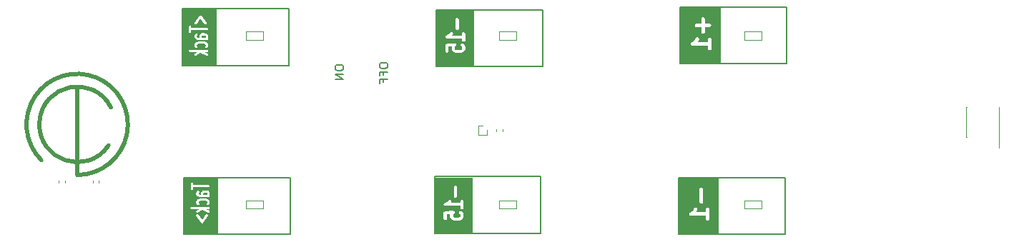
<source format=gbr>
%TF.GenerationSoftware,KiCad,Pcbnew,(7.0.0)*%
%TF.CreationDate,2023-05-08T09:15:41-04:00*%
%TF.ProjectId,AutoTiller,4175746f-5469-46c6-9c65-722e6b696361,rev?*%
%TF.SameCoordinates,Original*%
%TF.FileFunction,Legend,Bot*%
%TF.FilePolarity,Positive*%
%FSLAX46Y46*%
G04 Gerber Fmt 4.6, Leading zero omitted, Abs format (unit mm)*
G04 Created by KiCad (PCBNEW (7.0.0)) date 2023-05-08 09:15:41*
%MOMM*%
%LPD*%
G01*
G04 APERTURE LIST*
%ADD10C,0.150000*%
%ADD11C,0.500000*%
%ADD12C,0.270000*%
%ADD13C,0.350000*%
%ADD14C,0.400000*%
%ADD15C,0.100000*%
%ADD16C,0.120000*%
G04 APERTURE END LIST*
D10*
X181200000Y-122800000D02*
X193800000Y-122800000D01*
X193800000Y-122800000D02*
X193800000Y-129500000D01*
X193800000Y-129500000D02*
X181200000Y-129500000D01*
X181200000Y-129500000D02*
X181200000Y-122800000D01*
X152500000Y-102900000D02*
X165100000Y-102900000D01*
X165100000Y-102900000D02*
X165100000Y-109600000D01*
X165100000Y-109600000D02*
X152500000Y-109600000D01*
X152500000Y-109600000D02*
X152500000Y-102900000D01*
X122450000Y-102800000D02*
X135050000Y-102800000D01*
X135050000Y-102800000D02*
X135050000Y-109500000D01*
X135050000Y-109500000D02*
X122450000Y-109500000D01*
X122450000Y-109500000D02*
X122450000Y-102800000D01*
X122600000Y-122800000D02*
X135200000Y-122800000D01*
X135200000Y-122800000D02*
X135200000Y-129500000D01*
X135200000Y-129500000D02*
X122600000Y-129500000D01*
X122600000Y-129500000D02*
X122600000Y-122800000D01*
D11*
X110000000Y-112100000D02*
X110000000Y-122500000D01*
D10*
X181400000Y-102600000D02*
X194000000Y-102600000D01*
X194000000Y-102600000D02*
X194000000Y-109300000D01*
X194000000Y-109300000D02*
X181400000Y-109300000D01*
X181400000Y-109300000D02*
X181400000Y-102600000D01*
D11*
X110000000Y-122500000D02*
G75*
G03*
X105757359Y-120742641I0J6000000D01*
G01*
X113999998Y-114500000D02*
G75*
G03*
X113721040Y-118980694I-3999998J-2000000D01*
G01*
D10*
X152300000Y-122700000D02*
X164900000Y-122700000D01*
X164900000Y-122700000D02*
X164900000Y-129400000D01*
X164900000Y-129400000D02*
X152300000Y-129400000D01*
X152300000Y-129400000D02*
X152300000Y-122700000D01*
X145782380Y-109428571D02*
X145782380Y-109619047D01*
X145782380Y-109619047D02*
X145830000Y-109714285D01*
X145830000Y-109714285D02*
X145925238Y-109809523D01*
X145925238Y-109809523D02*
X146115714Y-109857142D01*
X146115714Y-109857142D02*
X146449047Y-109857142D01*
X146449047Y-109857142D02*
X146639523Y-109809523D01*
X146639523Y-109809523D02*
X146734761Y-109714285D01*
X146734761Y-109714285D02*
X146782380Y-109619047D01*
X146782380Y-109619047D02*
X146782380Y-109428571D01*
X146782380Y-109428571D02*
X146734761Y-109333333D01*
X146734761Y-109333333D02*
X146639523Y-109238095D01*
X146639523Y-109238095D02*
X146449047Y-109190476D01*
X146449047Y-109190476D02*
X146115714Y-109190476D01*
X146115714Y-109190476D02*
X145925238Y-109238095D01*
X145925238Y-109238095D02*
X145830000Y-109333333D01*
X145830000Y-109333333D02*
X145782380Y-109428571D01*
X146258571Y-110619047D02*
X146258571Y-110285714D01*
X146782380Y-110285714D02*
X145782380Y-110285714D01*
X145782380Y-110285714D02*
X145782380Y-110761904D01*
X146258571Y-111476190D02*
X146258571Y-111142857D01*
X146782380Y-111142857D02*
X145782380Y-111142857D01*
X145782380Y-111142857D02*
X145782380Y-111619047D01*
D12*
G36*
X125196846Y-105987353D02*
G01*
X125229761Y-106022902D01*
X125229761Y-106174240D01*
X125210539Y-106195000D01*
X124737857Y-106195000D01*
X124737857Y-106022902D01*
X124770772Y-105987352D01*
X124906474Y-105950714D01*
X125061141Y-105950714D01*
X125196846Y-105987353D01*
G37*
G36*
X126490714Y-109536857D02*
G01*
X122434286Y-109536857D01*
X122434286Y-107790023D01*
X123225494Y-107790023D01*
X123258428Y-107862137D01*
X123325122Y-107904999D01*
X124259212Y-107904999D01*
X123950204Y-108071863D01*
X123908255Y-108113423D01*
X123891043Y-108190811D01*
X123918401Y-108265220D01*
X123981644Y-108313025D01*
X124060695Y-108319050D01*
X124611082Y-108021840D01*
X125332075Y-108313842D01*
X125390834Y-108319691D01*
X125461445Y-108283645D01*
X125501360Y-108215147D01*
X125497905Y-108135944D01*
X125452178Y-108071180D01*
X125041854Y-107904999D01*
X125384171Y-107904999D01*
X125440829Y-107888363D01*
X125492745Y-107828447D01*
X125504028Y-107749975D01*
X125471094Y-107677861D01*
X125404400Y-107634999D01*
X124798460Y-107634999D01*
X124764066Y-107632378D01*
X124759212Y-107634999D01*
X123345351Y-107634999D01*
X123288693Y-107651635D01*
X123236777Y-107711551D01*
X123225494Y-107790023D01*
X122434286Y-107790023D01*
X122434286Y-107188861D01*
X123891577Y-107188861D01*
X123896428Y-107216177D01*
X123896428Y-107223695D01*
X123899806Y-107235200D01*
X123905439Y-107266919D01*
X123910828Y-107272739D01*
X123913064Y-107280353D01*
X123937411Y-107301449D01*
X124040795Y-107413105D01*
X124091496Y-107443376D01*
X124170732Y-107440763D01*
X124235978Y-107395728D01*
X124266517Y-107322568D01*
X124252655Y-107244509D01*
X124166428Y-107151383D01*
X124166428Y-107051474D01*
X124210512Y-107003862D01*
X124272244Y-106970526D01*
X124430283Y-106927857D01*
X124965903Y-106927857D01*
X125123948Y-106970528D01*
X125185676Y-107003862D01*
X125229761Y-107051473D01*
X125229761Y-107151383D01*
X125157278Y-107229666D01*
X125130991Y-107282542D01*
X125139683Y-107361343D01*
X125189597Y-107422936D01*
X125264887Y-107447765D01*
X125341650Y-107427948D01*
X125445445Y-107315848D01*
X125456899Y-107310618D01*
X125471897Y-107287280D01*
X125477007Y-107281762D01*
X125482346Y-107271021D01*
X125499761Y-107243924D01*
X125499761Y-107235991D01*
X125503293Y-107228886D01*
X125499761Y-107196865D01*
X125499761Y-107025616D01*
X125504612Y-107013995D01*
X125499761Y-106986679D01*
X125499761Y-106979161D01*
X125496382Y-106967655D01*
X125490750Y-106935937D01*
X125485360Y-106930116D01*
X125483125Y-106922503D01*
X125458775Y-106901404D01*
X125379755Y-106816063D01*
X125368547Y-106795762D01*
X125336228Y-106778309D01*
X125304693Y-106759481D01*
X125301553Y-106759584D01*
X125258806Y-106736500D01*
X125247744Y-106724285D01*
X125224626Y-106718043D01*
X125221352Y-106716275D01*
X125205930Y-106712995D01*
X125039195Y-106667977D01*
X125023448Y-106657857D01*
X125001712Y-106657857D01*
X125000260Y-106657465D01*
X124982348Y-106657857D01*
X124433301Y-106657857D01*
X124415460Y-106652191D01*
X124394475Y-106657857D01*
X124392970Y-106657857D01*
X124375775Y-106662905D01*
X124209070Y-106707915D01*
X124192637Y-106706663D01*
X124171566Y-106718041D01*
X124167975Y-106719011D01*
X124154535Y-106727238D01*
X124076994Y-106769111D01*
X124054539Y-106774908D01*
X124029571Y-106801872D01*
X124003493Y-106827709D01*
X124002811Y-106830774D01*
X123950743Y-106887007D01*
X123939290Y-106892238D01*
X123924291Y-106915575D01*
X123919183Y-106921093D01*
X123913843Y-106931832D01*
X123896428Y-106958932D01*
X123896428Y-106966864D01*
X123892896Y-106973969D01*
X123896428Y-107005990D01*
X123896428Y-107177240D01*
X123891577Y-107188861D01*
X122434286Y-107188861D01*
X122434286Y-106160290D01*
X123891577Y-106160290D01*
X123896428Y-106187607D01*
X123896428Y-106195124D01*
X123899805Y-106206628D01*
X123905439Y-106238349D01*
X123910828Y-106244170D01*
X123913064Y-106251782D01*
X123937410Y-106272877D01*
X124027111Y-106369753D01*
X124053207Y-106398571D01*
X124073472Y-106404042D01*
X124091496Y-106414804D01*
X124110952Y-106414162D01*
X124261754Y-106454879D01*
X124277503Y-106465000D01*
X124299239Y-106465000D01*
X124300691Y-106465392D01*
X124318617Y-106465000D01*
X124485935Y-106465000D01*
X124502983Y-106470622D01*
X124524760Y-106465000D01*
X125247839Y-106465000D01*
X125264887Y-106470622D01*
X125286664Y-106465000D01*
X125384171Y-106465000D01*
X125440829Y-106448364D01*
X125492745Y-106388448D01*
X125504028Y-106309976D01*
X125490723Y-106280843D01*
X125499761Y-106266781D01*
X125499761Y-106258848D01*
X125503293Y-106251743D01*
X125499761Y-106219722D01*
X125499761Y-105997046D01*
X125504612Y-105985425D01*
X125499761Y-105958108D01*
X125499761Y-105950590D01*
X125496382Y-105939084D01*
X125490750Y-105907366D01*
X125485360Y-105901545D01*
X125483125Y-105893932D01*
X125458777Y-105872835D01*
X125369066Y-105775945D01*
X125342982Y-105747142D01*
X125322717Y-105741670D01*
X125304693Y-105730909D01*
X125285235Y-105731550D01*
X125134433Y-105690834D01*
X125118686Y-105680714D01*
X125096950Y-105680714D01*
X125095498Y-105680322D01*
X125077586Y-105680714D01*
X124909492Y-105680714D01*
X124891651Y-105675048D01*
X124870666Y-105680714D01*
X124869161Y-105680714D01*
X124851966Y-105685762D01*
X124663591Y-105736623D01*
X124625968Y-105746336D01*
X124611706Y-105761738D01*
X124593804Y-105772698D01*
X124585332Y-105790223D01*
X124522173Y-105858435D01*
X124510719Y-105863667D01*
X124495718Y-105887007D01*
X124490612Y-105892523D01*
X124485275Y-105903258D01*
X124467857Y-105930361D01*
X124467857Y-105938294D01*
X124464325Y-105945399D01*
X124467857Y-105977420D01*
X124467857Y-106174240D01*
X124448635Y-106195000D01*
X124335046Y-106195000D01*
X124199342Y-106158360D01*
X124166428Y-106122812D01*
X124166428Y-106022902D01*
X124238912Y-105944619D01*
X124265198Y-105891743D01*
X124256506Y-105812942D01*
X124206592Y-105751348D01*
X124131302Y-105726519D01*
X124054539Y-105746336D01*
X123950744Y-105858435D01*
X123939290Y-105863667D01*
X123924289Y-105887007D01*
X123919183Y-105892523D01*
X123913846Y-105903258D01*
X123896428Y-105930361D01*
X123896428Y-105938294D01*
X123892896Y-105945399D01*
X123896428Y-105977420D01*
X123896428Y-106148669D01*
X123891577Y-106160290D01*
X122434286Y-106160290D01*
X122434286Y-105218595D01*
X123225494Y-105218595D01*
X123229761Y-105227938D01*
X123229761Y-105526553D01*
X123246397Y-105583211D01*
X123306313Y-105635127D01*
X123384785Y-105646410D01*
X123456899Y-105613476D01*
X123499761Y-105546782D01*
X123499761Y-105333571D01*
X125384171Y-105333571D01*
X125440829Y-105316935D01*
X125492745Y-105257019D01*
X125504028Y-105178547D01*
X125471094Y-105106433D01*
X125404400Y-105063571D01*
X123499761Y-105063571D01*
X123499761Y-104870590D01*
X123483125Y-104813932D01*
X123423209Y-104762016D01*
X123344737Y-104750733D01*
X123272623Y-104783667D01*
X123229761Y-104850361D01*
X123229761Y-105188918D01*
X123225494Y-105218595D01*
X122434286Y-105218595D01*
X122434286Y-104524966D01*
X123890818Y-104524966D01*
X123910419Y-104601784D01*
X123968438Y-104655811D01*
X124046456Y-104669894D01*
X124119703Y-104639562D01*
X124602856Y-103943820D01*
X125074471Y-104622946D01*
X125120453Y-104659994D01*
X125199279Y-104668461D01*
X125270169Y-104632968D01*
X125310616Y-104564784D01*
X125307780Y-104485555D01*
X124727641Y-103650153D01*
X124723866Y-103635358D01*
X124705471Y-103618228D01*
X124702671Y-103614196D01*
X124691317Y-103605048D01*
X124665847Y-103581330D01*
X124660734Y-103580407D01*
X124656689Y-103577148D01*
X124622085Y-103573431D01*
X124587830Y-103567248D01*
X124583029Y-103569235D01*
X124577863Y-103568681D01*
X124546742Y-103584262D01*
X124514582Y-103597580D01*
X124511617Y-103601848D01*
X124506973Y-103604174D01*
X124489220Y-103634101D01*
X123909472Y-104468939D01*
X123890818Y-104524966D01*
X122434286Y-104524966D01*
X122434286Y-102759286D01*
X126490714Y-102759286D01*
X126490714Y-109536857D01*
G37*
D13*
G36*
X157010714Y-109535142D02*
G01*
X152514286Y-109535142D01*
X152514286Y-107162874D01*
X153586501Y-107162874D01*
X153589761Y-107168859D01*
X153589761Y-107820875D01*
X153611326Y-107894319D01*
X153688994Y-107961619D01*
X153790718Y-107976245D01*
X153884200Y-107933553D01*
X153939761Y-107847098D01*
X153939761Y-107287381D01*
X154346538Y-107258703D01*
X154351666Y-107279666D01*
X154351666Y-107547213D01*
X154349501Y-107550946D01*
X154351666Y-107598296D01*
X154351666Y-107619447D01*
X154352811Y-107623347D01*
X154354195Y-107653608D01*
X154366996Y-107671658D01*
X154373231Y-107692891D01*
X154396123Y-107712727D01*
X154467395Y-107813221D01*
X154479072Y-107841992D01*
X154517182Y-107868859D01*
X154553793Y-107897764D01*
X154558885Y-107898260D01*
X154594980Y-107923706D01*
X154610501Y-107943676D01*
X154636110Y-107952703D01*
X154636873Y-107953241D01*
X154659898Y-107961088D01*
X154830180Y-108021112D01*
X154856234Y-108037856D01*
X154902955Y-108037856D01*
X154949607Y-108040345D01*
X154953975Y-108037856D01*
X155363391Y-108037856D01*
X155393526Y-108044985D01*
X155437584Y-108029454D01*
X155482415Y-108016291D01*
X155485707Y-108012490D01*
X155607854Y-107969434D01*
X155633122Y-107968350D01*
X155655314Y-107952704D01*
X155656195Y-107952394D01*
X155675906Y-107938187D01*
X155753737Y-107883317D01*
X155782542Y-107871722D01*
X155809518Y-107833685D01*
X155838524Y-107797159D01*
X155839034Y-107792067D01*
X155880275Y-107733917D01*
X155884200Y-107732125D01*
X155909820Y-107692259D01*
X155922062Y-107674998D01*
X155923384Y-107671151D01*
X155939761Y-107645670D01*
X155939761Y-107623542D01*
X155946959Y-107602615D01*
X155939761Y-107573190D01*
X155939761Y-107305643D01*
X155941926Y-107301910D01*
X155939761Y-107254560D01*
X155939761Y-107233409D01*
X155938615Y-107229508D01*
X155937232Y-107199248D01*
X155924430Y-107181197D01*
X155918196Y-107159965D01*
X155895303Y-107140128D01*
X155824032Y-107039635D01*
X155812356Y-107010865D01*
X155774245Y-106983996D01*
X155737634Y-106955092D01*
X155732541Y-106954595D01*
X155654555Y-106899615D01*
X155582103Y-106874921D01*
X155482346Y-106899622D01*
X155411778Y-106974334D01*
X155392806Y-107075336D01*
X155431452Y-107170562D01*
X155544146Y-107250012D01*
X155589761Y-107314328D01*
X155589761Y-107538528D01*
X155544147Y-107602842D01*
X155493253Y-107638722D01*
X155353868Y-107687856D01*
X154937559Y-107687856D01*
X154798174Y-107638722D01*
X154747278Y-107602842D01*
X154701666Y-107538528D01*
X154701666Y-107314328D01*
X154747279Y-107250012D01*
X154799415Y-107213256D01*
X154826294Y-107203263D01*
X154855686Y-107164083D01*
X154886143Y-107125728D01*
X154886402Y-107123137D01*
X154887966Y-107121054D01*
X154891510Y-107072198D01*
X154896396Y-107023471D01*
X154895213Y-107021150D01*
X154895402Y-107018553D01*
X154871975Y-106975547D01*
X154849736Y-106931904D01*
X154847486Y-106930590D01*
X154846241Y-106928305D01*
X154803297Y-106904799D01*
X154760979Y-106880100D01*
X154758376Y-106880211D01*
X154756093Y-106878962D01*
X154707261Y-106882404D01*
X154658304Y-106884505D01*
X154656174Y-106886006D01*
X153771134Y-106948401D01*
X153738804Y-106943753D01*
X153697827Y-106962466D01*
X153655609Y-106978164D01*
X153651520Y-106983614D01*
X153645322Y-106986445D01*
X153620968Y-107024339D01*
X153593937Y-107060373D01*
X153593443Y-107067169D01*
X153589761Y-107072900D01*
X153589761Y-107117937D01*
X153586501Y-107162874D01*
X152514286Y-107162874D01*
X152514286Y-106119141D01*
X153582384Y-106119141D01*
X153585981Y-106130913D01*
X153584229Y-106143099D01*
X153600776Y-106179332D01*
X153612416Y-106217425D01*
X153621807Y-106225384D01*
X153626921Y-106236581D01*
X153660427Y-106258114D01*
X153690817Y-106283869D01*
X153703020Y-106285487D01*
X153713376Y-106292142D01*
X153753208Y-106292142D01*
X153792695Y-106297378D01*
X153803835Y-106292142D01*
X155589761Y-106292142D01*
X155589761Y-106545161D01*
X155611326Y-106618605D01*
X155688994Y-106685905D01*
X155790718Y-106700531D01*
X155884200Y-106657839D01*
X155939761Y-106571384D01*
X155939761Y-106129660D01*
X155945293Y-106091185D01*
X155939761Y-106079072D01*
X155939761Y-105689123D01*
X155918196Y-105615679D01*
X155840528Y-105548379D01*
X155738804Y-105533753D01*
X155645322Y-105576445D01*
X155589761Y-105662900D01*
X155589761Y-105942142D01*
X154390113Y-105942142D01*
X154409953Y-105917158D01*
X154410463Y-105912067D01*
X154493491Y-105794998D01*
X154518388Y-105722615D01*
X154493968Y-105622789D01*
X154419455Y-105552012D01*
X154318506Y-105532756D01*
X154223171Y-105571134D01*
X154115575Y-105722843D01*
X153962164Y-105830997D01*
X153702527Y-105953027D01*
X153666155Y-105963707D01*
X153640069Y-105993811D01*
X153610255Y-106020223D01*
X153606916Y-106032071D01*
X153598855Y-106041375D01*
X153593185Y-106080803D01*
X153582384Y-106119141D01*
X152514286Y-106119141D01*
X152514286Y-105135162D01*
X154827857Y-105135162D01*
X154849422Y-105208606D01*
X154927090Y-105275906D01*
X155028814Y-105290532D01*
X155122296Y-105247840D01*
X155177857Y-105161385D01*
X155177857Y-104010552D01*
X155156292Y-103937108D01*
X155078624Y-103869808D01*
X154976900Y-103855182D01*
X154883418Y-103897874D01*
X154827857Y-103984329D01*
X154827857Y-105135162D01*
X152514286Y-105135162D01*
X152514286Y-102889286D01*
X157010714Y-102889286D01*
X157010714Y-109535142D01*
G37*
D14*
G36*
X186185714Y-109366666D02*
G01*
X181414286Y-109366666D01*
X181414286Y-106958235D01*
X182658440Y-106958235D01*
X182659196Y-106959891D01*
X182658968Y-106961697D01*
X182683513Y-107013139D01*
X182707230Y-107065071D01*
X182708763Y-107066056D01*
X182709547Y-107067699D01*
X182758037Y-107097723D01*
X182806036Y-107128570D01*
X182807857Y-107128570D01*
X182809404Y-107129528D01*
X182866425Y-107128570D01*
X184664761Y-107128570D01*
X184664761Y-107528753D01*
X184689408Y-107612692D01*
X184778171Y-107689605D01*
X184894426Y-107706320D01*
X185001262Y-107657530D01*
X185064761Y-107558724D01*
X185064761Y-106942868D01*
X185071082Y-106898905D01*
X185064761Y-106885064D01*
X185064761Y-106328388D01*
X185040114Y-106244449D01*
X184951351Y-106167536D01*
X184835096Y-106150821D01*
X184728260Y-106199611D01*
X184664761Y-106298417D01*
X184664761Y-106728570D01*
X183442843Y-106728570D01*
X183464643Y-106706769D01*
X183493575Y-106689586D01*
X183518229Y-106640277D01*
X183544631Y-106591925D01*
X183544352Y-106588031D01*
X183627935Y-106420866D01*
X183643428Y-106334766D01*
X183598433Y-106226277D01*
X183501927Y-106159336D01*
X183384550Y-106155197D01*
X183283567Y-106215174D01*
X183176580Y-106429147D01*
X183023058Y-106582668D01*
X182779174Y-106745257D01*
X182752068Y-106753217D01*
X182731322Y-106777159D01*
X182729896Y-106778110D01*
X182712506Y-106798873D01*
X182675155Y-106841980D01*
X182674895Y-106843782D01*
X182673727Y-106845178D01*
X182666560Y-106901755D01*
X182658440Y-106958235D01*
X181414286Y-106958235D01*
X181414286Y-104767760D01*
X183134631Y-104767760D01*
X183183421Y-104874596D01*
X183282227Y-104938095D01*
X183902857Y-104938095D01*
X183902857Y-105528754D01*
X183927504Y-105612693D01*
X184016267Y-105689606D01*
X184132522Y-105706321D01*
X184239358Y-105657531D01*
X184302857Y-105558725D01*
X184302857Y-104938095D01*
X184893515Y-104938095D01*
X184977454Y-104913448D01*
X185054367Y-104824685D01*
X185071082Y-104708430D01*
X185022292Y-104601594D01*
X184923486Y-104538095D01*
X184302857Y-104538095D01*
X184302857Y-103947436D01*
X184278210Y-103863497D01*
X184189447Y-103786584D01*
X184073192Y-103769869D01*
X183966356Y-103818659D01*
X183902857Y-103917465D01*
X183902857Y-104538095D01*
X183312198Y-104538095D01*
X183228259Y-104562742D01*
X183151346Y-104651505D01*
X183134631Y-104767760D01*
X181414286Y-104767760D01*
X181414286Y-102614286D01*
X186185714Y-102614286D01*
X186185714Y-109366666D01*
G37*
D12*
G36*
X125396846Y-124625210D02*
G01*
X125429761Y-124660759D01*
X125429761Y-124812097D01*
X125410539Y-124832857D01*
X124937857Y-124832857D01*
X124937857Y-124660759D01*
X124970772Y-124625209D01*
X125106474Y-124588571D01*
X125261141Y-124588571D01*
X125396846Y-124625210D01*
G37*
G36*
X126690714Y-129511857D02*
G01*
X122634286Y-129511857D01*
X122634286Y-127247358D01*
X124095097Y-127247358D01*
X124097933Y-127326587D01*
X124678072Y-128161988D01*
X124681848Y-128176784D01*
X124700242Y-128193912D01*
X124703044Y-128197947D01*
X124714404Y-128207100D01*
X124739867Y-128230811D01*
X124744976Y-128231733D01*
X124749025Y-128234995D01*
X124783643Y-128238713D01*
X124817885Y-128244894D01*
X124822685Y-128242906D01*
X124827851Y-128243461D01*
X124858977Y-128227877D01*
X124891132Y-128214562D01*
X124894094Y-128210295D01*
X124898742Y-128207969D01*
X124916503Y-128178027D01*
X125496241Y-127343203D01*
X125514895Y-127287176D01*
X125495294Y-127210358D01*
X125437275Y-127156331D01*
X125359257Y-127142248D01*
X125286010Y-127172580D01*
X124802856Y-127868322D01*
X124331242Y-127189196D01*
X124285260Y-127152148D01*
X124206434Y-127143681D01*
X124135544Y-127179174D01*
X124095097Y-127247358D01*
X122634286Y-127247358D01*
X122634286Y-126427880D01*
X123425494Y-126427880D01*
X123458428Y-126499994D01*
X123525122Y-126542856D01*
X124459212Y-126542856D01*
X124150204Y-126709720D01*
X124108255Y-126751280D01*
X124091043Y-126828668D01*
X124118401Y-126903077D01*
X124181644Y-126950882D01*
X124260695Y-126956907D01*
X124811082Y-126659697D01*
X125532075Y-126951699D01*
X125590834Y-126957548D01*
X125661445Y-126921502D01*
X125701360Y-126853004D01*
X125697905Y-126773801D01*
X125652178Y-126709037D01*
X125241854Y-126542856D01*
X125584171Y-126542856D01*
X125640829Y-126526220D01*
X125692745Y-126466304D01*
X125704028Y-126387832D01*
X125671094Y-126315718D01*
X125604400Y-126272856D01*
X124998460Y-126272856D01*
X124964066Y-126270235D01*
X124959212Y-126272856D01*
X123545351Y-126272856D01*
X123488693Y-126289492D01*
X123436777Y-126349408D01*
X123425494Y-126427880D01*
X122634286Y-126427880D01*
X122634286Y-125826718D01*
X124091577Y-125826718D01*
X124096428Y-125854034D01*
X124096428Y-125861552D01*
X124099806Y-125873057D01*
X124105439Y-125904776D01*
X124110828Y-125910596D01*
X124113064Y-125918210D01*
X124137411Y-125939306D01*
X124240795Y-126050962D01*
X124291496Y-126081233D01*
X124370732Y-126078620D01*
X124435978Y-126033585D01*
X124466517Y-125960425D01*
X124452655Y-125882366D01*
X124366428Y-125789240D01*
X124366428Y-125689331D01*
X124410512Y-125641719D01*
X124472244Y-125608383D01*
X124630283Y-125565714D01*
X125165903Y-125565714D01*
X125323948Y-125608385D01*
X125385676Y-125641719D01*
X125429761Y-125689330D01*
X125429761Y-125789240D01*
X125357278Y-125867523D01*
X125330991Y-125920399D01*
X125339683Y-125999200D01*
X125389597Y-126060793D01*
X125464887Y-126085622D01*
X125541650Y-126065805D01*
X125645445Y-125953705D01*
X125656899Y-125948475D01*
X125671897Y-125925137D01*
X125677007Y-125919619D01*
X125682346Y-125908878D01*
X125699761Y-125881781D01*
X125699761Y-125873848D01*
X125703293Y-125866743D01*
X125699761Y-125834722D01*
X125699761Y-125663473D01*
X125704612Y-125651852D01*
X125699761Y-125624536D01*
X125699761Y-125617018D01*
X125696382Y-125605512D01*
X125690750Y-125573794D01*
X125685360Y-125567973D01*
X125683125Y-125560360D01*
X125658775Y-125539261D01*
X125579755Y-125453920D01*
X125568547Y-125433619D01*
X125536228Y-125416166D01*
X125504693Y-125397338D01*
X125501553Y-125397441D01*
X125458806Y-125374357D01*
X125447744Y-125362142D01*
X125424626Y-125355900D01*
X125421352Y-125354132D01*
X125405930Y-125350852D01*
X125239195Y-125305834D01*
X125223448Y-125295714D01*
X125201712Y-125295714D01*
X125200260Y-125295322D01*
X125182348Y-125295714D01*
X124633301Y-125295714D01*
X124615460Y-125290048D01*
X124594475Y-125295714D01*
X124592970Y-125295714D01*
X124575775Y-125300762D01*
X124409070Y-125345772D01*
X124392637Y-125344520D01*
X124371566Y-125355898D01*
X124367975Y-125356868D01*
X124354535Y-125365095D01*
X124276994Y-125406968D01*
X124254539Y-125412765D01*
X124229571Y-125439729D01*
X124203493Y-125465566D01*
X124202811Y-125468631D01*
X124150743Y-125524864D01*
X124139290Y-125530095D01*
X124124291Y-125553432D01*
X124119183Y-125558950D01*
X124113843Y-125569689D01*
X124096428Y-125596789D01*
X124096428Y-125604721D01*
X124092896Y-125611826D01*
X124096428Y-125643847D01*
X124096428Y-125815097D01*
X124091577Y-125826718D01*
X122634286Y-125826718D01*
X122634286Y-124798147D01*
X124091577Y-124798147D01*
X124096428Y-124825464D01*
X124096428Y-124832981D01*
X124099805Y-124844485D01*
X124105439Y-124876206D01*
X124110828Y-124882027D01*
X124113064Y-124889639D01*
X124137410Y-124910734D01*
X124227111Y-125007610D01*
X124253207Y-125036428D01*
X124273472Y-125041899D01*
X124291496Y-125052661D01*
X124310952Y-125052019D01*
X124461754Y-125092736D01*
X124477503Y-125102857D01*
X124499239Y-125102857D01*
X124500691Y-125103249D01*
X124518617Y-125102857D01*
X124685935Y-125102857D01*
X124702983Y-125108479D01*
X124724760Y-125102857D01*
X125447839Y-125102857D01*
X125464887Y-125108479D01*
X125486664Y-125102857D01*
X125584171Y-125102857D01*
X125640829Y-125086221D01*
X125692745Y-125026305D01*
X125704028Y-124947833D01*
X125690723Y-124918700D01*
X125699761Y-124904638D01*
X125699761Y-124896705D01*
X125703293Y-124889600D01*
X125699761Y-124857579D01*
X125699761Y-124634903D01*
X125704612Y-124623282D01*
X125699761Y-124595965D01*
X125699761Y-124588447D01*
X125696382Y-124576941D01*
X125690750Y-124545223D01*
X125685360Y-124539402D01*
X125683125Y-124531789D01*
X125658777Y-124510692D01*
X125569066Y-124413802D01*
X125542982Y-124384999D01*
X125522717Y-124379527D01*
X125504693Y-124368766D01*
X125485235Y-124369407D01*
X125334433Y-124328691D01*
X125318686Y-124318571D01*
X125296950Y-124318571D01*
X125295498Y-124318179D01*
X125277586Y-124318571D01*
X125109492Y-124318571D01*
X125091651Y-124312905D01*
X125070666Y-124318571D01*
X125069161Y-124318571D01*
X125051966Y-124323619D01*
X124863591Y-124374480D01*
X124825968Y-124384193D01*
X124811706Y-124399595D01*
X124793804Y-124410555D01*
X124785332Y-124428080D01*
X124722173Y-124496292D01*
X124710719Y-124501524D01*
X124695718Y-124524864D01*
X124690612Y-124530380D01*
X124685275Y-124541115D01*
X124667857Y-124568218D01*
X124667857Y-124576151D01*
X124664325Y-124583256D01*
X124667857Y-124615277D01*
X124667857Y-124812097D01*
X124648635Y-124832857D01*
X124535046Y-124832857D01*
X124399342Y-124796217D01*
X124366428Y-124760669D01*
X124366428Y-124660759D01*
X124438912Y-124582476D01*
X124465198Y-124529600D01*
X124456506Y-124450799D01*
X124406592Y-124389205D01*
X124331302Y-124364376D01*
X124254539Y-124384193D01*
X124150744Y-124496292D01*
X124139290Y-124501524D01*
X124124289Y-124524864D01*
X124119183Y-124530380D01*
X124113846Y-124541115D01*
X124096428Y-124568218D01*
X124096428Y-124576151D01*
X124092896Y-124583256D01*
X124096428Y-124615277D01*
X124096428Y-124786526D01*
X124091577Y-124798147D01*
X122634286Y-124798147D01*
X122634286Y-123856452D01*
X123425494Y-123856452D01*
X123429761Y-123865795D01*
X123429761Y-124164410D01*
X123446397Y-124221068D01*
X123506313Y-124272984D01*
X123584785Y-124284267D01*
X123656899Y-124251333D01*
X123699761Y-124184639D01*
X123699761Y-123971428D01*
X125584171Y-123971428D01*
X125640829Y-123954792D01*
X125692745Y-123894876D01*
X125704028Y-123816404D01*
X125671094Y-123744290D01*
X125604400Y-123701428D01*
X123699761Y-123701428D01*
X123699761Y-123508447D01*
X123683125Y-123451789D01*
X123623209Y-123399873D01*
X123544737Y-123388590D01*
X123472623Y-123421524D01*
X123429761Y-123488218D01*
X123429761Y-123826775D01*
X123425494Y-123856452D01*
X122634286Y-123856452D01*
X122634286Y-122734286D01*
X126690714Y-122734286D01*
X126690714Y-129511857D01*
G37*
D14*
G36*
X185985714Y-129566666D02*
G01*
X181214286Y-129566666D01*
X181214286Y-127158235D01*
X182458440Y-127158235D01*
X182459196Y-127159891D01*
X182458968Y-127161697D01*
X182483513Y-127213139D01*
X182507230Y-127265071D01*
X182508763Y-127266056D01*
X182509547Y-127267699D01*
X182558037Y-127297723D01*
X182606036Y-127328570D01*
X182607857Y-127328570D01*
X182609404Y-127329528D01*
X182666425Y-127328570D01*
X184464761Y-127328570D01*
X184464761Y-127728753D01*
X184489408Y-127812692D01*
X184578171Y-127889605D01*
X184694426Y-127906320D01*
X184801262Y-127857530D01*
X184864761Y-127758724D01*
X184864761Y-127142868D01*
X184871082Y-127098905D01*
X184864761Y-127085064D01*
X184864761Y-126528388D01*
X184840114Y-126444449D01*
X184751351Y-126367536D01*
X184635096Y-126350821D01*
X184528260Y-126399611D01*
X184464761Y-126498417D01*
X184464761Y-126928570D01*
X183242843Y-126928570D01*
X183264643Y-126906769D01*
X183293575Y-126889586D01*
X183318229Y-126840277D01*
X183344631Y-126791925D01*
X183344352Y-126788031D01*
X183427935Y-126620866D01*
X183443428Y-126534766D01*
X183398433Y-126426277D01*
X183301927Y-126359336D01*
X183184550Y-126355197D01*
X183083567Y-126415174D01*
X182976580Y-126629147D01*
X182823058Y-126782668D01*
X182579174Y-126945257D01*
X182552068Y-126953217D01*
X182531322Y-126977159D01*
X182529896Y-126978110D01*
X182512506Y-126998873D01*
X182475155Y-127041980D01*
X182474895Y-127043782D01*
X182473727Y-127045178D01*
X182466560Y-127101755D01*
X182458440Y-127158235D01*
X181214286Y-127158235D01*
X181214286Y-125728754D01*
X183702857Y-125728754D01*
X183727504Y-125812693D01*
X183816267Y-125889606D01*
X183932522Y-125906321D01*
X184039358Y-125857531D01*
X184102857Y-125758725D01*
X184102857Y-124147436D01*
X184078210Y-124063497D01*
X183989447Y-123986584D01*
X183873192Y-123969869D01*
X183766356Y-124018659D01*
X183702857Y-124117465D01*
X183702857Y-125728754D01*
X181214286Y-125728754D01*
X181214286Y-122814286D01*
X185985714Y-122814286D01*
X185985714Y-129566666D01*
G37*
D13*
G36*
X156810714Y-129405713D02*
G01*
X152314286Y-129405713D01*
X152314286Y-127038499D01*
X153386482Y-127038499D01*
X153389761Y-127044526D01*
X153389761Y-127691828D01*
X153411326Y-127765272D01*
X153488994Y-127832572D01*
X153590718Y-127847198D01*
X153684200Y-127804506D01*
X153739761Y-127718051D01*
X153739761Y-127163177D01*
X154146975Y-127134672D01*
X154151666Y-127154128D01*
X154151666Y-127419911D01*
X154149357Y-127423924D01*
X154151666Y-127470959D01*
X154151666Y-127491828D01*
X154152896Y-127496017D01*
X154154396Y-127526569D01*
X154167081Y-127544328D01*
X154173231Y-127565272D01*
X154196350Y-127585305D01*
X154267679Y-127685166D01*
X154279452Y-127713897D01*
X154317655Y-127740640D01*
X154354362Y-127769420D01*
X154359453Y-127769898D01*
X154395326Y-127795009D01*
X154410831Y-127814867D01*
X154436555Y-127823870D01*
X154437399Y-127824461D01*
X154460308Y-127832183D01*
X154630348Y-127891696D01*
X154656234Y-127908332D01*
X154703153Y-127908332D01*
X154750002Y-127910727D01*
X154754184Y-127908332D01*
X155163193Y-127908332D01*
X155193120Y-127915482D01*
X155237393Y-127899986D01*
X155282415Y-127886767D01*
X155285571Y-127883124D01*
X155407372Y-127840494D01*
X155432545Y-127839499D01*
X155454872Y-127823869D01*
X155455846Y-127823529D01*
X155475507Y-127809424D01*
X155553219Y-127755026D01*
X155582059Y-127743529D01*
X155609155Y-127705594D01*
X155638294Y-127669151D01*
X155638821Y-127664062D01*
X155679987Y-127606429D01*
X155684200Y-127604506D01*
X155709664Y-127564881D01*
X155721789Y-127547908D01*
X155723222Y-127543785D01*
X155739761Y-127518051D01*
X155739761Y-127496224D01*
X155746929Y-127475610D01*
X155739761Y-127445874D01*
X155739761Y-127180087D01*
X155742070Y-127176074D01*
X155739761Y-127129039D01*
X155739761Y-127108170D01*
X155738530Y-127103980D01*
X155737031Y-127073428D01*
X155724345Y-127055667D01*
X155718196Y-127034726D01*
X155695077Y-127014693D01*
X155623747Y-126914831D01*
X155611975Y-126886101D01*
X155573771Y-126859357D01*
X155537065Y-126830578D01*
X155531973Y-126830099D01*
X155454028Y-126775537D01*
X155381494Y-126751086D01*
X155281819Y-126776120D01*
X155211502Y-126851068D01*
X155192868Y-126952134D01*
X155231833Y-127047230D01*
X155344571Y-127126147D01*
X155389761Y-127189413D01*
X155389761Y-127410584D01*
X155344570Y-127473850D01*
X155293695Y-127509463D01*
X155154070Y-127558332D01*
X154737360Y-127558332D01*
X154597728Y-127509461D01*
X154546856Y-127473851D01*
X154501666Y-127410584D01*
X154501666Y-127189413D01*
X154546855Y-127126147D01*
X154599100Y-127089575D01*
X154626222Y-127079507D01*
X154655478Y-127040548D01*
X154685913Y-127002484D01*
X154686209Y-126999625D01*
X154687934Y-126997329D01*
X154691484Y-126948726D01*
X154696507Y-126900261D01*
X154695211Y-126897697D01*
X154695421Y-126894832D01*
X154672121Y-126852008D01*
X154650154Y-126808539D01*
X154647679Y-126807083D01*
X154646306Y-126804559D01*
X154603557Y-126781132D01*
X154561571Y-126756438D01*
X154558701Y-126756551D01*
X154556182Y-126755171D01*
X154507579Y-126758573D01*
X154458882Y-126760499D01*
X154456528Y-126762146D01*
X153571175Y-126824121D01*
X153538804Y-126819467D01*
X153497869Y-126838161D01*
X153455681Y-126853824D01*
X153451561Y-126859309D01*
X153445322Y-126862159D01*
X153420993Y-126900015D01*
X153393969Y-126936002D01*
X153393469Y-126942843D01*
X153389761Y-126948614D01*
X153389761Y-126993610D01*
X153386482Y-127038499D01*
X152314286Y-127038499D01*
X152314286Y-126001499D01*
X153382379Y-126001499D01*
X153386016Y-126013521D01*
X153384229Y-126025956D01*
X153400677Y-126061972D01*
X153412143Y-126099865D01*
X153421702Y-126108012D01*
X153426921Y-126119438D01*
X153460226Y-126140841D01*
X153490361Y-126166523D01*
X153502809Y-126168208D01*
X153513376Y-126174999D01*
X153552966Y-126174999D01*
X153592201Y-126180311D01*
X153603584Y-126174999D01*
X155389761Y-126174999D01*
X155389761Y-126425161D01*
X155411326Y-126498605D01*
X155488994Y-126565905D01*
X155590718Y-126580531D01*
X155684200Y-126537839D01*
X155739761Y-126451384D01*
X155739761Y-126012517D01*
X155745293Y-125974042D01*
X155739761Y-125961929D01*
X155739761Y-125574837D01*
X155718196Y-125501393D01*
X155640528Y-125434093D01*
X155538804Y-125419467D01*
X155445322Y-125462159D01*
X155389761Y-125548614D01*
X155389761Y-125824999D01*
X154191721Y-125824999D01*
X154209722Y-125802485D01*
X154210249Y-125797398D01*
X154293219Y-125681240D01*
X154318359Y-125608942D01*
X154294275Y-125509034D01*
X154219999Y-125438007D01*
X154119116Y-125418412D01*
X154023653Y-125456469D01*
X153915999Y-125607185D01*
X153762632Y-125714541D01*
X153502753Y-125835817D01*
X153466155Y-125846564D01*
X153440227Y-125876485D01*
X153410521Y-125902658D01*
X153407081Y-125914738D01*
X153398855Y-125924232D01*
X153393220Y-125963422D01*
X153382379Y-126001499D01*
X152314286Y-126001499D01*
X152314286Y-125025162D01*
X154627857Y-125025162D01*
X154649422Y-125098606D01*
X154727090Y-125165906D01*
X154828814Y-125180532D01*
X154922296Y-125137840D01*
X154977857Y-125051385D01*
X154977857Y-123908171D01*
X154956292Y-123834727D01*
X154878624Y-123767427D01*
X154776900Y-123752801D01*
X154683418Y-123795493D01*
X154627857Y-123881948D01*
X154627857Y-125025162D01*
X152314286Y-125025162D01*
X152314286Y-122789286D01*
X156810714Y-122789286D01*
X156810714Y-129405713D01*
G37*
D10*
X140532380Y-109678571D02*
X140532380Y-109869047D01*
X140532380Y-109869047D02*
X140580000Y-109964285D01*
X140580000Y-109964285D02*
X140675238Y-110059523D01*
X140675238Y-110059523D02*
X140865714Y-110107142D01*
X140865714Y-110107142D02*
X141199047Y-110107142D01*
X141199047Y-110107142D02*
X141389523Y-110059523D01*
X141389523Y-110059523D02*
X141484761Y-109964285D01*
X141484761Y-109964285D02*
X141532380Y-109869047D01*
X141532380Y-109869047D02*
X141532380Y-109678571D01*
X141532380Y-109678571D02*
X141484761Y-109583333D01*
X141484761Y-109583333D02*
X141389523Y-109488095D01*
X141389523Y-109488095D02*
X141199047Y-109440476D01*
X141199047Y-109440476D02*
X140865714Y-109440476D01*
X140865714Y-109440476D02*
X140675238Y-109488095D01*
X140675238Y-109488095D02*
X140580000Y-109583333D01*
X140580000Y-109583333D02*
X140532380Y-109678571D01*
X141532380Y-110535714D02*
X140532380Y-110535714D01*
X140532380Y-110535714D02*
X141532380Y-111107142D01*
X141532380Y-111107142D02*
X140532380Y-111107142D01*
D15*
%TO.C,SW6*%
X130000000Y-126500000D02*
X132000000Y-126500000D01*
X132000000Y-126500000D02*
X132000000Y-125500000D01*
X132000000Y-125500000D02*
X130000000Y-125500000D01*
X130000000Y-125500000D02*
X130000000Y-126500000D01*
D16*
%TO.C,J2*%
X219100000Y-119290000D02*
X219100000Y-117965000D01*
X215235000Y-117965000D02*
X215235000Y-114435000D01*
X215300000Y-117965000D02*
X215235000Y-117965000D01*
X219165000Y-117965000D02*
X219100000Y-117965000D01*
X219165000Y-117965000D02*
X219165000Y-114435000D01*
X215300000Y-114435000D02*
X215235000Y-114435000D01*
X219165000Y-114435000D02*
X219100000Y-114435000D01*
%TO.C,C33*%
X107840000Y-123407836D02*
X107840000Y-123192164D01*
X108560000Y-123407836D02*
X108560000Y-123192164D01*
D15*
%TO.C,SW7*%
X130000000Y-106500000D02*
X132000000Y-106500000D01*
X132000000Y-106500000D02*
X132000000Y-105500000D01*
X132000000Y-105500000D02*
X130000000Y-105500000D01*
X130000000Y-105500000D02*
X130000000Y-106500000D01*
%TO.C,SW4*%
X160000000Y-106500000D02*
X162000000Y-106500000D01*
X162000000Y-106500000D02*
X162000000Y-105500000D01*
X162000000Y-105500000D02*
X160000000Y-105500000D01*
X160000000Y-105500000D02*
X160000000Y-106500000D01*
%TO.C,SW2*%
X189000000Y-106500000D02*
X191000000Y-106500000D01*
X191000000Y-106500000D02*
X191000000Y-105500000D01*
X191000000Y-105500000D02*
X189000000Y-105500000D01*
X189000000Y-105500000D02*
X189000000Y-106500000D01*
D16*
%TO.C,C34*%
X112560000Y-123192164D02*
X112560000Y-123407836D01*
X111840000Y-123192164D02*
X111840000Y-123407836D01*
%TO.C,MMC5603NJ1*%
X158525000Y-117725000D02*
X157475000Y-117725000D01*
X158525000Y-117200000D02*
X158525000Y-117725000D01*
X157475000Y-117725000D02*
X157475000Y-116675000D01*
X157475000Y-116675000D02*
X158000000Y-116675000D01*
D15*
%TO.C,SW5*%
X160000000Y-126500000D02*
X162000000Y-126500000D01*
X162000000Y-126500000D02*
X162000000Y-125500000D01*
X162000000Y-125500000D02*
X160000000Y-125500000D01*
X160000000Y-125500000D02*
X160000000Y-126500000D01*
%TO.C,SW3*%
X189000000Y-126500000D02*
X191000000Y-126500000D01*
X191000000Y-126500000D02*
X191000000Y-125500000D01*
X191000000Y-125500000D02*
X189000000Y-125500000D01*
X189000000Y-125500000D02*
X189000000Y-126500000D01*
D16*
%TO.C,C14*%
X159640000Y-117307836D02*
X159640000Y-117092164D01*
X160360000Y-117307836D02*
X160360000Y-117092164D01*
%TD*%
M02*

</source>
